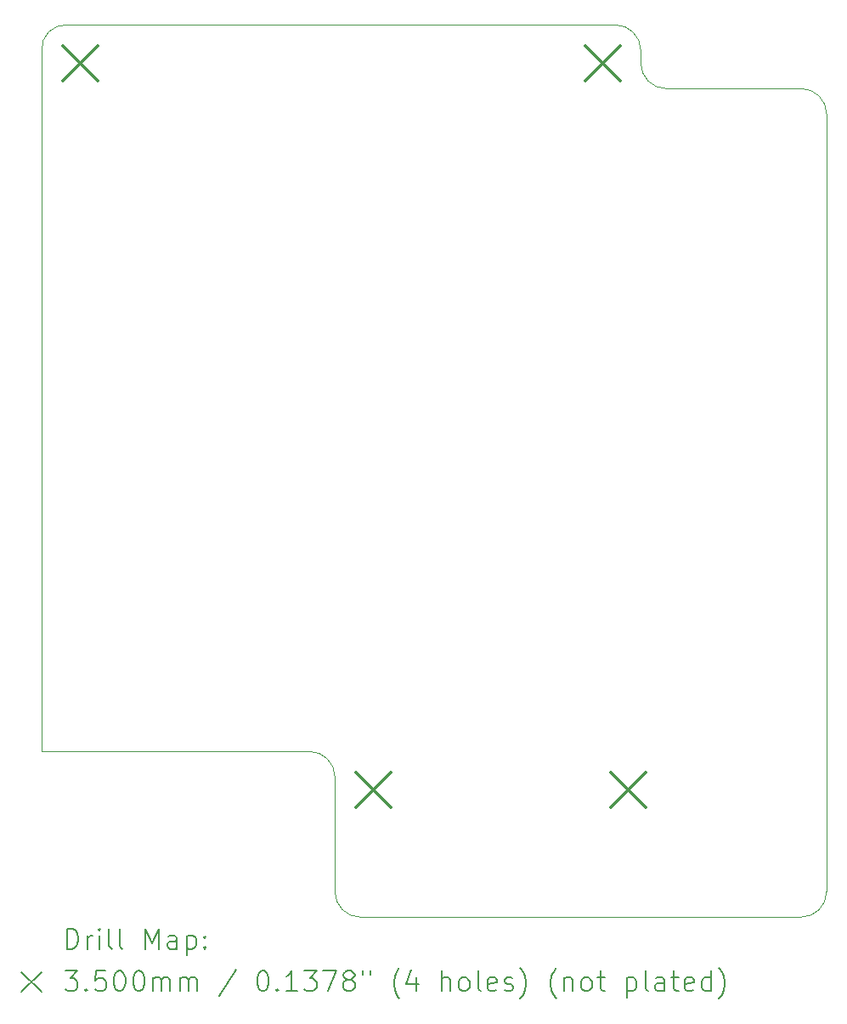
<source format=gbr>
%TF.GenerationSoftware,KiCad,Pcbnew,(6.0.7)*%
%TF.CreationDate,2022-10-09T19:07:13-07:00*%
%TF.ProjectId,PicoBOB,5069636f-424f-4422-9e6b-696361645f70,rev?*%
%TF.SameCoordinates,Original*%
%TF.FileFunction,Drillmap*%
%TF.FilePolarity,Positive*%
%FSLAX45Y45*%
G04 Gerber Fmt 4.5, Leading zero omitted, Abs format (unit mm)*
G04 Created by KiCad (PCBNEW (6.0.7)) date 2022-10-09 19:07:13*
%MOMM*%
%LPD*%
G01*
G04 APERTURE LIST*
%ADD10C,0.100000*%
%ADD11C,0.200000*%
%ADD12C,0.350000*%
G04 APERTURE END LIST*
D10*
X11303000Y-10033000D02*
G75*
G03*
X11049000Y-9779000I-254000J0D01*
G01*
X8255000Y-18415000D02*
X8255000Y-17272000D01*
X11303000Y-10033000D02*
X11303000Y-10160000D01*
X8255000Y-18415000D02*
G75*
G03*
X8509000Y-18669000I254000J0D01*
G01*
X12901395Y-10414000D02*
X11557000Y-10414000D01*
X13155395Y-10668000D02*
X13155395Y-18415000D01*
X12901395Y-18669000D02*
X8509000Y-18669000D01*
X5334000Y-17018000D02*
X5334000Y-10033000D01*
X11303000Y-10160000D02*
G75*
G03*
X11557000Y-10414000I254000J0D01*
G01*
X12901395Y-18669005D02*
G75*
G03*
X13155395Y-18415000I-5J254005D01*
G01*
X5588000Y-9779000D02*
X11049000Y-9779000D01*
X5588000Y-9779000D02*
G75*
G03*
X5334000Y-10033000I-16330J-237670D01*
G01*
X8255000Y-17272000D02*
G75*
G03*
X8001000Y-17018000I-254000J0D01*
G01*
X13155390Y-10668000D02*
G75*
G03*
X12901395Y-10414000I-254000J0D01*
G01*
X8001000Y-17018000D02*
X5334000Y-17018000D01*
D11*
D12*
X5540000Y-9985000D02*
X5890000Y-10335000D01*
X5890000Y-9985000D02*
X5540000Y-10335000D01*
X8461000Y-17224000D02*
X8811000Y-17574000D01*
X8811000Y-17224000D02*
X8461000Y-17574000D01*
X10747000Y-9985000D02*
X11097000Y-10335000D01*
X11097000Y-9985000D02*
X10747000Y-10335000D01*
X11001000Y-17224000D02*
X11351000Y-17574000D01*
X11351000Y-17224000D02*
X11001000Y-17574000D01*
D11*
X5586059Y-18984476D02*
X5586059Y-18784476D01*
X5633678Y-18784476D01*
X5662249Y-18794000D01*
X5681297Y-18813048D01*
X5690821Y-18832095D01*
X5700344Y-18870190D01*
X5700344Y-18898762D01*
X5690821Y-18936857D01*
X5681297Y-18955905D01*
X5662249Y-18974952D01*
X5633678Y-18984476D01*
X5586059Y-18984476D01*
X5786059Y-18984476D02*
X5786059Y-18851143D01*
X5786059Y-18889238D02*
X5795582Y-18870190D01*
X5805106Y-18860667D01*
X5824154Y-18851143D01*
X5843202Y-18851143D01*
X5909868Y-18984476D02*
X5909868Y-18851143D01*
X5909868Y-18784476D02*
X5900344Y-18794000D01*
X5909868Y-18803524D01*
X5919392Y-18794000D01*
X5909868Y-18784476D01*
X5909868Y-18803524D01*
X6033678Y-18984476D02*
X6014630Y-18974952D01*
X6005106Y-18955905D01*
X6005106Y-18784476D01*
X6138440Y-18984476D02*
X6119392Y-18974952D01*
X6109868Y-18955905D01*
X6109868Y-18784476D01*
X6367011Y-18984476D02*
X6367011Y-18784476D01*
X6433678Y-18927333D01*
X6500344Y-18784476D01*
X6500344Y-18984476D01*
X6681297Y-18984476D02*
X6681297Y-18879714D01*
X6671773Y-18860667D01*
X6652725Y-18851143D01*
X6614630Y-18851143D01*
X6595582Y-18860667D01*
X6681297Y-18974952D02*
X6662249Y-18984476D01*
X6614630Y-18984476D01*
X6595582Y-18974952D01*
X6586059Y-18955905D01*
X6586059Y-18936857D01*
X6595582Y-18917810D01*
X6614630Y-18908286D01*
X6662249Y-18908286D01*
X6681297Y-18898762D01*
X6776535Y-18851143D02*
X6776535Y-19051143D01*
X6776535Y-18860667D02*
X6795582Y-18851143D01*
X6833678Y-18851143D01*
X6852725Y-18860667D01*
X6862249Y-18870190D01*
X6871773Y-18889238D01*
X6871773Y-18946381D01*
X6862249Y-18965429D01*
X6852725Y-18974952D01*
X6833678Y-18984476D01*
X6795582Y-18984476D01*
X6776535Y-18974952D01*
X6957487Y-18965429D02*
X6967011Y-18974952D01*
X6957487Y-18984476D01*
X6947963Y-18974952D01*
X6957487Y-18965429D01*
X6957487Y-18984476D01*
X6957487Y-18860667D02*
X6967011Y-18870190D01*
X6957487Y-18879714D01*
X6947963Y-18870190D01*
X6957487Y-18860667D01*
X6957487Y-18879714D01*
X5128440Y-19214000D02*
X5328440Y-19414000D01*
X5328440Y-19214000D02*
X5128440Y-19414000D01*
X5567011Y-19204476D02*
X5690821Y-19204476D01*
X5624154Y-19280667D01*
X5652725Y-19280667D01*
X5671773Y-19290190D01*
X5681297Y-19299714D01*
X5690821Y-19318762D01*
X5690821Y-19366381D01*
X5681297Y-19385429D01*
X5671773Y-19394952D01*
X5652725Y-19404476D01*
X5595582Y-19404476D01*
X5576535Y-19394952D01*
X5567011Y-19385429D01*
X5776535Y-19385429D02*
X5786059Y-19394952D01*
X5776535Y-19404476D01*
X5767011Y-19394952D01*
X5776535Y-19385429D01*
X5776535Y-19404476D01*
X5967011Y-19204476D02*
X5871773Y-19204476D01*
X5862249Y-19299714D01*
X5871773Y-19290190D01*
X5890821Y-19280667D01*
X5938440Y-19280667D01*
X5957487Y-19290190D01*
X5967011Y-19299714D01*
X5976535Y-19318762D01*
X5976535Y-19366381D01*
X5967011Y-19385429D01*
X5957487Y-19394952D01*
X5938440Y-19404476D01*
X5890821Y-19404476D01*
X5871773Y-19394952D01*
X5862249Y-19385429D01*
X6100344Y-19204476D02*
X6119392Y-19204476D01*
X6138440Y-19214000D01*
X6147963Y-19223524D01*
X6157487Y-19242571D01*
X6167011Y-19280667D01*
X6167011Y-19328286D01*
X6157487Y-19366381D01*
X6147963Y-19385429D01*
X6138440Y-19394952D01*
X6119392Y-19404476D01*
X6100344Y-19404476D01*
X6081297Y-19394952D01*
X6071773Y-19385429D01*
X6062249Y-19366381D01*
X6052725Y-19328286D01*
X6052725Y-19280667D01*
X6062249Y-19242571D01*
X6071773Y-19223524D01*
X6081297Y-19214000D01*
X6100344Y-19204476D01*
X6290821Y-19204476D02*
X6309868Y-19204476D01*
X6328916Y-19214000D01*
X6338440Y-19223524D01*
X6347963Y-19242571D01*
X6357487Y-19280667D01*
X6357487Y-19328286D01*
X6347963Y-19366381D01*
X6338440Y-19385429D01*
X6328916Y-19394952D01*
X6309868Y-19404476D01*
X6290821Y-19404476D01*
X6271773Y-19394952D01*
X6262249Y-19385429D01*
X6252725Y-19366381D01*
X6243202Y-19328286D01*
X6243202Y-19280667D01*
X6252725Y-19242571D01*
X6262249Y-19223524D01*
X6271773Y-19214000D01*
X6290821Y-19204476D01*
X6443202Y-19404476D02*
X6443202Y-19271143D01*
X6443202Y-19290190D02*
X6452725Y-19280667D01*
X6471773Y-19271143D01*
X6500344Y-19271143D01*
X6519392Y-19280667D01*
X6528916Y-19299714D01*
X6528916Y-19404476D01*
X6528916Y-19299714D02*
X6538440Y-19280667D01*
X6557487Y-19271143D01*
X6586059Y-19271143D01*
X6605106Y-19280667D01*
X6614630Y-19299714D01*
X6614630Y-19404476D01*
X6709868Y-19404476D02*
X6709868Y-19271143D01*
X6709868Y-19290190D02*
X6719392Y-19280667D01*
X6738440Y-19271143D01*
X6767011Y-19271143D01*
X6786059Y-19280667D01*
X6795582Y-19299714D01*
X6795582Y-19404476D01*
X6795582Y-19299714D02*
X6805106Y-19280667D01*
X6824154Y-19271143D01*
X6852725Y-19271143D01*
X6871773Y-19280667D01*
X6881297Y-19299714D01*
X6881297Y-19404476D01*
X7271773Y-19194952D02*
X7100344Y-19452095D01*
X7528916Y-19204476D02*
X7547963Y-19204476D01*
X7567011Y-19214000D01*
X7576535Y-19223524D01*
X7586059Y-19242571D01*
X7595582Y-19280667D01*
X7595582Y-19328286D01*
X7586059Y-19366381D01*
X7576535Y-19385429D01*
X7567011Y-19394952D01*
X7547963Y-19404476D01*
X7528916Y-19404476D01*
X7509868Y-19394952D01*
X7500344Y-19385429D01*
X7490821Y-19366381D01*
X7481297Y-19328286D01*
X7481297Y-19280667D01*
X7490821Y-19242571D01*
X7500344Y-19223524D01*
X7509868Y-19214000D01*
X7528916Y-19204476D01*
X7681297Y-19385429D02*
X7690821Y-19394952D01*
X7681297Y-19404476D01*
X7671773Y-19394952D01*
X7681297Y-19385429D01*
X7681297Y-19404476D01*
X7881297Y-19404476D02*
X7767011Y-19404476D01*
X7824154Y-19404476D02*
X7824154Y-19204476D01*
X7805106Y-19233048D01*
X7786059Y-19252095D01*
X7767011Y-19261619D01*
X7947963Y-19204476D02*
X8071773Y-19204476D01*
X8005106Y-19280667D01*
X8033678Y-19280667D01*
X8052725Y-19290190D01*
X8062249Y-19299714D01*
X8071773Y-19318762D01*
X8071773Y-19366381D01*
X8062249Y-19385429D01*
X8052725Y-19394952D01*
X8033678Y-19404476D01*
X7976535Y-19404476D01*
X7957487Y-19394952D01*
X7947963Y-19385429D01*
X8138440Y-19204476D02*
X8271773Y-19204476D01*
X8186059Y-19404476D01*
X8376535Y-19290190D02*
X8357487Y-19280667D01*
X8347963Y-19271143D01*
X8338440Y-19252095D01*
X8338440Y-19242571D01*
X8347963Y-19223524D01*
X8357487Y-19214000D01*
X8376535Y-19204476D01*
X8414630Y-19204476D01*
X8433678Y-19214000D01*
X8443202Y-19223524D01*
X8452725Y-19242571D01*
X8452725Y-19252095D01*
X8443202Y-19271143D01*
X8433678Y-19280667D01*
X8414630Y-19290190D01*
X8376535Y-19290190D01*
X8357487Y-19299714D01*
X8347963Y-19309238D01*
X8338440Y-19328286D01*
X8338440Y-19366381D01*
X8347963Y-19385429D01*
X8357487Y-19394952D01*
X8376535Y-19404476D01*
X8414630Y-19404476D01*
X8433678Y-19394952D01*
X8443202Y-19385429D01*
X8452725Y-19366381D01*
X8452725Y-19328286D01*
X8443202Y-19309238D01*
X8433678Y-19299714D01*
X8414630Y-19290190D01*
X8528916Y-19204476D02*
X8528916Y-19242571D01*
X8605106Y-19204476D02*
X8605106Y-19242571D01*
X8900344Y-19480667D02*
X8890821Y-19471143D01*
X8871773Y-19442571D01*
X8862249Y-19423524D01*
X8852725Y-19394952D01*
X8843202Y-19347333D01*
X8843202Y-19309238D01*
X8852725Y-19261619D01*
X8862249Y-19233048D01*
X8871773Y-19214000D01*
X8890821Y-19185429D01*
X8900344Y-19175905D01*
X9062249Y-19271143D02*
X9062249Y-19404476D01*
X9014630Y-19194952D02*
X8967011Y-19337810D01*
X9090821Y-19337810D01*
X9319392Y-19404476D02*
X9319392Y-19204476D01*
X9405106Y-19404476D02*
X9405106Y-19299714D01*
X9395583Y-19280667D01*
X9376535Y-19271143D01*
X9347964Y-19271143D01*
X9328916Y-19280667D01*
X9319392Y-19290190D01*
X9528916Y-19404476D02*
X9509868Y-19394952D01*
X9500344Y-19385429D01*
X9490821Y-19366381D01*
X9490821Y-19309238D01*
X9500344Y-19290190D01*
X9509868Y-19280667D01*
X9528916Y-19271143D01*
X9557487Y-19271143D01*
X9576535Y-19280667D01*
X9586059Y-19290190D01*
X9595583Y-19309238D01*
X9595583Y-19366381D01*
X9586059Y-19385429D01*
X9576535Y-19394952D01*
X9557487Y-19404476D01*
X9528916Y-19404476D01*
X9709868Y-19404476D02*
X9690821Y-19394952D01*
X9681297Y-19375905D01*
X9681297Y-19204476D01*
X9862249Y-19394952D02*
X9843202Y-19404476D01*
X9805106Y-19404476D01*
X9786059Y-19394952D01*
X9776535Y-19375905D01*
X9776535Y-19299714D01*
X9786059Y-19280667D01*
X9805106Y-19271143D01*
X9843202Y-19271143D01*
X9862249Y-19280667D01*
X9871773Y-19299714D01*
X9871773Y-19318762D01*
X9776535Y-19337810D01*
X9947964Y-19394952D02*
X9967011Y-19404476D01*
X10005106Y-19404476D01*
X10024154Y-19394952D01*
X10033678Y-19375905D01*
X10033678Y-19366381D01*
X10024154Y-19347333D01*
X10005106Y-19337810D01*
X9976535Y-19337810D01*
X9957487Y-19328286D01*
X9947964Y-19309238D01*
X9947964Y-19299714D01*
X9957487Y-19280667D01*
X9976535Y-19271143D01*
X10005106Y-19271143D01*
X10024154Y-19280667D01*
X10100344Y-19480667D02*
X10109868Y-19471143D01*
X10128916Y-19442571D01*
X10138440Y-19423524D01*
X10147964Y-19394952D01*
X10157487Y-19347333D01*
X10157487Y-19309238D01*
X10147964Y-19261619D01*
X10138440Y-19233048D01*
X10128916Y-19214000D01*
X10109868Y-19185429D01*
X10100344Y-19175905D01*
X10462249Y-19480667D02*
X10452725Y-19471143D01*
X10433678Y-19442571D01*
X10424154Y-19423524D01*
X10414630Y-19394952D01*
X10405106Y-19347333D01*
X10405106Y-19309238D01*
X10414630Y-19261619D01*
X10424154Y-19233048D01*
X10433678Y-19214000D01*
X10452725Y-19185429D01*
X10462249Y-19175905D01*
X10538440Y-19271143D02*
X10538440Y-19404476D01*
X10538440Y-19290190D02*
X10547964Y-19280667D01*
X10567011Y-19271143D01*
X10595583Y-19271143D01*
X10614630Y-19280667D01*
X10624154Y-19299714D01*
X10624154Y-19404476D01*
X10747964Y-19404476D02*
X10728916Y-19394952D01*
X10719392Y-19385429D01*
X10709868Y-19366381D01*
X10709868Y-19309238D01*
X10719392Y-19290190D01*
X10728916Y-19280667D01*
X10747964Y-19271143D01*
X10776535Y-19271143D01*
X10795583Y-19280667D01*
X10805106Y-19290190D01*
X10814630Y-19309238D01*
X10814630Y-19366381D01*
X10805106Y-19385429D01*
X10795583Y-19394952D01*
X10776535Y-19404476D01*
X10747964Y-19404476D01*
X10871773Y-19271143D02*
X10947964Y-19271143D01*
X10900344Y-19204476D02*
X10900344Y-19375905D01*
X10909868Y-19394952D01*
X10928916Y-19404476D01*
X10947964Y-19404476D01*
X11167011Y-19271143D02*
X11167011Y-19471143D01*
X11167011Y-19280667D02*
X11186059Y-19271143D01*
X11224154Y-19271143D01*
X11243202Y-19280667D01*
X11252725Y-19290190D01*
X11262249Y-19309238D01*
X11262249Y-19366381D01*
X11252725Y-19385429D01*
X11243202Y-19394952D01*
X11224154Y-19404476D01*
X11186059Y-19404476D01*
X11167011Y-19394952D01*
X11376535Y-19404476D02*
X11357487Y-19394952D01*
X11347963Y-19375905D01*
X11347963Y-19204476D01*
X11538440Y-19404476D02*
X11538440Y-19299714D01*
X11528916Y-19280667D01*
X11509868Y-19271143D01*
X11471773Y-19271143D01*
X11452725Y-19280667D01*
X11538440Y-19394952D02*
X11519392Y-19404476D01*
X11471773Y-19404476D01*
X11452725Y-19394952D01*
X11443202Y-19375905D01*
X11443202Y-19356857D01*
X11452725Y-19337810D01*
X11471773Y-19328286D01*
X11519392Y-19328286D01*
X11538440Y-19318762D01*
X11605106Y-19271143D02*
X11681297Y-19271143D01*
X11633678Y-19204476D02*
X11633678Y-19375905D01*
X11643202Y-19394952D01*
X11662249Y-19404476D01*
X11681297Y-19404476D01*
X11824154Y-19394952D02*
X11805106Y-19404476D01*
X11767011Y-19404476D01*
X11747963Y-19394952D01*
X11738440Y-19375905D01*
X11738440Y-19299714D01*
X11747963Y-19280667D01*
X11767011Y-19271143D01*
X11805106Y-19271143D01*
X11824154Y-19280667D01*
X11833678Y-19299714D01*
X11833678Y-19318762D01*
X11738440Y-19337810D01*
X12005106Y-19404476D02*
X12005106Y-19204476D01*
X12005106Y-19394952D02*
X11986059Y-19404476D01*
X11947963Y-19404476D01*
X11928916Y-19394952D01*
X11919392Y-19385429D01*
X11909868Y-19366381D01*
X11909868Y-19309238D01*
X11919392Y-19290190D01*
X11928916Y-19280667D01*
X11947963Y-19271143D01*
X11986059Y-19271143D01*
X12005106Y-19280667D01*
X12081297Y-19480667D02*
X12090821Y-19471143D01*
X12109868Y-19442571D01*
X12119392Y-19423524D01*
X12128916Y-19394952D01*
X12138440Y-19347333D01*
X12138440Y-19309238D01*
X12128916Y-19261619D01*
X12119392Y-19233048D01*
X12109868Y-19214000D01*
X12090821Y-19185429D01*
X12081297Y-19175905D01*
M02*

</source>
